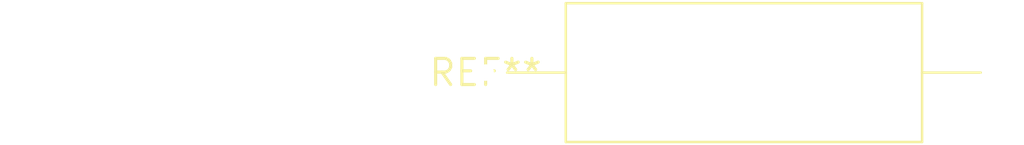
<source format=kicad_pcb>
(kicad_pcb (version 20240108) (generator pcbnew)
  (layers (0 "F.Cu" signal) (31 "B.Cu" signal) (34 "B.Paste" user) (35 "F.Paste" user) (36 "B.SilkS" user "B.Silkscreen") (37 "F.SilkS" user "F.Silkscreen") (38 "B.Mask" user) (39 "F.Mask" user) (44 "Edge.Cuts" user))
  (net 0 "")
  (footprint "C_Axial_L17.0mm_D6.5mm_P25.00mm_Horizontal" (layer "F.Cu") (at 0 0)
    (property "Reference" "REF**")
    (property "Value" "C_Axial_L17.0mm_D6.5mm_P25.00mm_Horizontal")
    (fp_line (start 1.04 0) (end 3.88 0) (layer "F.SilkS") (stroke (width 0.12)))
    (fp_line (start 3.88 -3.37) (end 3.88 3.37) (layer "F.SilkS") (stroke (width 0.12)))
    (fp_line (start 3.88 3.37) (end 21.12 3.37) (layer "F.SilkS") (stroke (width 0.12)))
    (fp_line (start 21.12 -3.37) (end 3.88 -3.37) (layer "F.SilkS") (stroke (width 0.12)))
    (fp_line (start 21.12 3.37) (end 21.12 -3.37) (layer "F.SilkS") (stroke (width 0.12)))
    (fp_line (start 23.96 0) (end 21.12 0) (layer "F.SilkS") (stroke (width 0.12)))
    (pad "1" thru_hole circle (at 0 0) (size 1.6 1.6) (drill 0.8) (layers *.Cu *.Mask) (remove_unused_layers))
    (pad "2" thru_hole oval (at 25 0) (size 1.6 1.6) (drill 0.8) (layers *.Cu *.Mask) (remove_unused_layers))
  )
)
</source>
